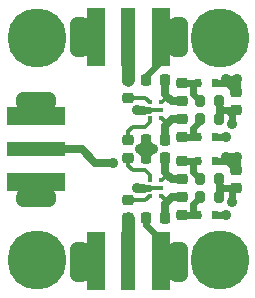
<source format=gtl>
G04 #@! TF.GenerationSoftware,KiCad,Pcbnew,(6.0.9)*
G04 #@! TF.CreationDate,2022-12-03T14:04:53+01:00*
G04 #@! TF.ProjectId,rf_phase_shifter_2_45GHz,72665f70-6861-4736-955f-736869667465,1.0.0*
G04 #@! TF.SameCoordinates,Original*
G04 #@! TF.FileFunction,Copper,L1,Top*
G04 #@! TF.FilePolarity,Positive*
%FSLAX46Y46*%
G04 Gerber Fmt 4.6, Leading zero omitted, Abs format (unit mm)*
G04 Created by KiCad (PCBNEW (6.0.9)) date 2022-12-03 14:04:53*
%MOMM*%
%LPD*%
G01*
G04 APERTURE LIST*
G04 Aperture macros list*
%AMRoundRect*
0 Rectangle with rounded corners*
0 $1 Rounding radius*
0 $2 $3 $4 $5 $6 $7 $8 $9 X,Y pos of 4 corners*
0 Add a 4 corners polygon primitive as box body*
4,1,4,$2,$3,$4,$5,$6,$7,$8,$9,$2,$3,0*
0 Add four circle primitives for the rounded corners*
1,1,$1+$1,$2,$3*
1,1,$1+$1,$4,$5*
1,1,$1+$1,$6,$7*
1,1,$1+$1,$8,$9*
0 Add four rect primitives between the rounded corners*
20,1,$1+$1,$2,$3,$4,$5,0*
20,1,$1+$1,$4,$5,$6,$7,0*
20,1,$1+$1,$6,$7,$8,$9,0*
20,1,$1+$1,$8,$9,$2,$3,0*%
G04 Aperture macros list end*
G04 #@! TA.AperFunction,SMDPad,CuDef*
%ADD10RoundRect,0.225000X0.250000X-0.225000X0.250000X0.225000X-0.250000X0.225000X-0.250000X-0.225000X0*%
G04 #@! TD*
G04 #@! TA.AperFunction,SMDPad,CuDef*
%ADD11R,0.330000X0.350000*%
G04 #@! TD*
G04 #@! TA.AperFunction,SMDPad,CuDef*
%ADD12R,1.200000X5.000000*%
G04 #@! TD*
G04 #@! TA.AperFunction,SMDPad,CuDef*
%ADD13R,1.600000X5.000000*%
G04 #@! TD*
G04 #@! TA.AperFunction,SMDPad,CuDef*
%ADD14R,0.600000X0.700000*%
G04 #@! TD*
G04 #@! TA.AperFunction,SMDPad,CuDef*
%ADD15R,5.000000X1.200000*%
G04 #@! TD*
G04 #@! TA.AperFunction,SMDPad,CuDef*
%ADD16R,5.000000X1.600000*%
G04 #@! TD*
G04 #@! TA.AperFunction,SMDPad,CuDef*
%ADD17RoundRect,0.225000X0.225000X0.250000X-0.225000X0.250000X-0.225000X-0.250000X0.225000X-0.250000X0*%
G04 #@! TD*
G04 #@! TA.AperFunction,SMDPad,CuDef*
%ADD18RoundRect,0.200000X-0.200000X-0.275000X0.200000X-0.275000X0.200000X0.275000X-0.200000X0.275000X0*%
G04 #@! TD*
G04 #@! TA.AperFunction,SMDPad,CuDef*
%ADD19RoundRect,0.218750X-0.256250X0.218750X-0.256250X-0.218750X0.256250X-0.218750X0.256250X0.218750X0*%
G04 #@! TD*
G04 #@! TA.AperFunction,SMDPad,CuDef*
%ADD20RoundRect,0.218750X0.256250X-0.218750X0.256250X0.218750X-0.256250X0.218750X-0.256250X-0.218750X0*%
G04 #@! TD*
G04 #@! TA.AperFunction,ViaPad*
%ADD21C,0.800000*%
G04 #@! TD*
G04 #@! TA.AperFunction,ViaPad*
%ADD22C,5.000000*%
G04 #@! TD*
G04 #@! TA.AperFunction,ViaPad*
%ADD23C,0.900000*%
G04 #@! TD*
G04 #@! TA.AperFunction,Conductor*
%ADD24C,1.099520*%
G04 #@! TD*
G04 #@! TA.AperFunction,Conductor*
%ADD25C,0.325000*%
G04 #@! TD*
G04 #@! TA.AperFunction,Conductor*
%ADD26C,0.600000*%
G04 #@! TD*
G04 #@! TA.AperFunction,Conductor*
%ADD27C,0.250000*%
G04 #@! TD*
G04 #@! TA.AperFunction,Conductor*
%ADD28C,0.500000*%
G04 #@! TD*
G04 #@! TA.AperFunction,Conductor*
%ADD29C,0.790000*%
G04 #@! TD*
G04 #@! TA.AperFunction,Conductor*
%ADD30C,0.650000*%
G04 #@! TD*
G04 #@! TA.AperFunction,Conductor*
%ADD31C,0.350000*%
G04 #@! TD*
G04 APERTURE END LIST*
D10*
X84455000Y-52845000D03*
X84455000Y-51295000D03*
D11*
X86246000Y-53198000D03*
X86246000Y-53848000D03*
X86246000Y-54498000D03*
X87236000Y-54498000D03*
X87236000Y-53848000D03*
X87236000Y-53198000D03*
D10*
X84455000Y-63005000D03*
X84455000Y-61455000D03*
D12*
X84455000Y-66654000D03*
D13*
X81685000Y-66654000D03*
X87225000Y-66654000D03*
D12*
X84455000Y-47646000D03*
D13*
X87225000Y-47646000D03*
X81685000Y-47646000D03*
D14*
X90359000Y-56134000D03*
X91759000Y-56134000D03*
D15*
X76602000Y-57150000D03*
D16*
X76602000Y-54380000D03*
X76602000Y-59920000D03*
D17*
X87516000Y-57912000D03*
X85966000Y-57912000D03*
X87516000Y-51308000D03*
X85966000Y-51308000D03*
X87516000Y-62992000D03*
X85966000Y-62992000D03*
D14*
X90359000Y-62738000D03*
X91759000Y-62738000D03*
D18*
X90488000Y-59690000D03*
X92138000Y-59690000D03*
X90488000Y-53086000D03*
X92138000Y-53086000D03*
D19*
X89027000Y-61188500D03*
X89027000Y-62763500D03*
D17*
X87516000Y-56388000D03*
X85966000Y-56388000D03*
D10*
X93599000Y-53861000D03*
X93599000Y-52311000D03*
X84455000Y-57925000D03*
X84455000Y-56375000D03*
D14*
X90359000Y-58166000D03*
X91759000Y-58166000D03*
X90359000Y-51562000D03*
X91759000Y-51562000D03*
D20*
X89027000Y-59715500D03*
X89027000Y-58140500D03*
D19*
X89027000Y-54584500D03*
X89027000Y-56159500D03*
D11*
X86246000Y-59802000D03*
X86246000Y-60452000D03*
X86246000Y-61102000D03*
X87236000Y-61102000D03*
X87236000Y-60452000D03*
X87236000Y-59802000D03*
D18*
X90488000Y-54610000D03*
X92138000Y-54610000D03*
D20*
X89027000Y-53111500D03*
X89027000Y-51536500D03*
D10*
X93599000Y-60465000D03*
X93599000Y-58915000D03*
D18*
X90488000Y-61214000D03*
X92138000Y-61214000D03*
D21*
X80010000Y-67818000D03*
X80010000Y-48768000D03*
D22*
X92202000Y-47752000D03*
X76708000Y-66548000D03*
X92202000Y-66548000D03*
D21*
X77724000Y-52832000D03*
X75438000Y-61468000D03*
X76581000Y-61468000D03*
X76581000Y-52832000D03*
X77724000Y-61468000D03*
X75438000Y-52832000D03*
D23*
X92710000Y-51181000D03*
D21*
X80010000Y-47625000D03*
D23*
X85204600Y-53848000D03*
X92710000Y-62738000D03*
X86563200Y-57150000D03*
D21*
X88900000Y-48768000D03*
X80010000Y-65532000D03*
D23*
X93624400Y-57810400D03*
D22*
X76708000Y-47752000D03*
D21*
X88900000Y-65532000D03*
X88900000Y-67818000D03*
D23*
X93624400Y-51206400D03*
X92710000Y-57785000D03*
D21*
X80010000Y-66675000D03*
X88900000Y-46482000D03*
X88900000Y-47625000D03*
D23*
X85204600Y-60452000D03*
D21*
X88900000Y-66675000D03*
X80010000Y-46482000D03*
D23*
X85398403Y-57167137D03*
X92710000Y-56134000D03*
X93218000Y-54991000D03*
X83185000Y-58293000D03*
X93218000Y-61595000D03*
D24*
X84455000Y-47646000D02*
X84455000Y-51295000D01*
D25*
X85893000Y-52845000D02*
X86246000Y-53198000D01*
X84455000Y-52845000D02*
X85893000Y-52845000D01*
X86246000Y-59802000D02*
X86246000Y-59322000D01*
X85852000Y-58928000D02*
X84836000Y-58928000D01*
X86246000Y-59322000D02*
X85852000Y-58928000D01*
X84836000Y-58928000D02*
X84455000Y-58547000D01*
X84455000Y-58547000D02*
X84455000Y-57925000D01*
D24*
X84455000Y-66654000D02*
X84455000Y-63005000D01*
X75438000Y-61468000D02*
X75438000Y-61084000D01*
D26*
X91759000Y-56134000D02*
X92710000Y-56134000D01*
D27*
X85729045Y-60181555D02*
X85475045Y-60181555D01*
D28*
X85204600Y-60452000D02*
X85661800Y-60452000D01*
D26*
X93268800Y-51562000D02*
X93624400Y-51206400D01*
D24*
X80563000Y-65532000D02*
X81685000Y-66654000D01*
D27*
X86220600Y-53975000D02*
X86347600Y-53848000D01*
X85204600Y-60452000D02*
X85204600Y-60579000D01*
D26*
X93599000Y-51181000D02*
X93624400Y-51206400D01*
D24*
X80010000Y-67818000D02*
X80521000Y-67818000D01*
D27*
X86093600Y-60452000D02*
X86093600Y-60423536D01*
D24*
X80521000Y-67818000D02*
X81685000Y-66654000D01*
D27*
X85729045Y-54117240D02*
X85475045Y-54117240D01*
X86206368Y-60310768D02*
X86079368Y-60310768D01*
D26*
X92329000Y-51562000D02*
X92710000Y-51181000D01*
X92075000Y-58166000D02*
X92850000Y-58166000D01*
D27*
X85729045Y-60721240D02*
X85475045Y-60721240D01*
D26*
X93268800Y-58166000D02*
X93624400Y-57810400D01*
D24*
X88900000Y-65532000D02*
X88347000Y-65532000D01*
D27*
X86347600Y-60452000D02*
X86206368Y-60310768D01*
D29*
X85204600Y-53848000D02*
X85617652Y-53848000D01*
D27*
X86093600Y-53975000D02*
X86220600Y-53975000D01*
D24*
X88900000Y-46482000D02*
X88389000Y-46482000D01*
X77724000Y-61042000D02*
X76602000Y-59920000D01*
X88389000Y-67818000D02*
X87225000Y-66654000D01*
D29*
X85204600Y-60452000D02*
X85617652Y-60452000D01*
D24*
X88900000Y-46482000D02*
X88900000Y-48768000D01*
D27*
X86093600Y-53819536D02*
X86206368Y-53706768D01*
D26*
X85966000Y-50940000D02*
X87225000Y-49681000D01*
D27*
X86093600Y-60579000D02*
X86220600Y-60579000D01*
D30*
X92710000Y-57785000D02*
X93599000Y-57785000D01*
D27*
X85872490Y-60579000D02*
X86220600Y-60579000D01*
D30*
X85966000Y-56388000D02*
X85966000Y-57290000D01*
D24*
X80010000Y-46482000D02*
X80521000Y-46482000D01*
X75438000Y-61468000D02*
X77724000Y-61468000D01*
D30*
X85966000Y-56388000D02*
X85966000Y-56599540D01*
D26*
X91759000Y-51562000D02*
X92329000Y-51562000D01*
X91759000Y-51562000D02*
X93268800Y-51562000D01*
D27*
X86093600Y-53848000D02*
X86093600Y-53975000D01*
D30*
X85966000Y-56599540D02*
X85398403Y-57167137D01*
D26*
X91759000Y-62738000D02*
X92710000Y-62738000D01*
D27*
X86347600Y-53848000D02*
X86246600Y-53848000D01*
D30*
X85966000Y-57747200D02*
X86563200Y-57150000D01*
D31*
X86246600Y-60452000D02*
X87223600Y-60452000D01*
D30*
X85966000Y-57912000D02*
X85966000Y-57747200D01*
D24*
X80010000Y-67310000D02*
X80010000Y-67818000D01*
D26*
X87225000Y-64873000D02*
X87225000Y-66654000D01*
X92329000Y-51562000D02*
X92850000Y-51562000D01*
D27*
X86347600Y-53848000D02*
X86206368Y-53706768D01*
D28*
X85661800Y-60452000D02*
X85966600Y-60452000D01*
D30*
X85966000Y-56552800D02*
X86563200Y-57150000D01*
D24*
X81685000Y-66654000D02*
X80031000Y-66654000D01*
D26*
X93599000Y-51892200D02*
X93268800Y-51562000D01*
D24*
X80563000Y-48768000D02*
X81685000Y-47646000D01*
X80010000Y-65532000D02*
X80563000Y-65532000D01*
D31*
X86360600Y-60452000D02*
X85966600Y-60452000D01*
D24*
X80010000Y-46482000D02*
X80010000Y-48768000D01*
D27*
X85475045Y-53577555D02*
X85204600Y-53848000D01*
X86360600Y-53848000D02*
X86220600Y-53848000D01*
D24*
X88900000Y-48768000D02*
X88347000Y-48768000D01*
D26*
X92850000Y-58166000D02*
X93599000Y-58915000D01*
D27*
X86360600Y-60452000D02*
X86220600Y-60452000D01*
X86093600Y-60452000D02*
X86093600Y-60579000D01*
D24*
X77724000Y-61468000D02*
X77724000Y-61042000D01*
D27*
X85204600Y-53975000D02*
X85331600Y-54102000D01*
D31*
X86246600Y-53848000D02*
X87223600Y-53848000D01*
X86093600Y-53848000D02*
X85966600Y-53848000D01*
D27*
X85745490Y-60706000D02*
X85872490Y-60579000D01*
D24*
X88900000Y-67818000D02*
X88389000Y-67818000D01*
X80010000Y-65532000D02*
X80010000Y-67310000D01*
D27*
X86360600Y-53848000D02*
X86347600Y-53848000D01*
X86347600Y-60452000D02*
X86246600Y-60452000D01*
X85331600Y-60706000D02*
X85745490Y-60706000D01*
D26*
X85966000Y-62992000D02*
X85966000Y-63614000D01*
D27*
X86079368Y-53706768D02*
X85858258Y-53706768D01*
D24*
X77724000Y-52832000D02*
X75438000Y-52832000D01*
D27*
X85858258Y-60310768D02*
X85729045Y-60181555D01*
D26*
X85966000Y-63614000D02*
X87225000Y-64873000D01*
D30*
X93599000Y-57785000D02*
X93624400Y-57810400D01*
D31*
X86093600Y-60452000D02*
X85966600Y-60452000D01*
D26*
X93624400Y-52285600D02*
X93599000Y-52311000D01*
D24*
X87246000Y-66675000D02*
X87225000Y-66654000D01*
D27*
X85872490Y-53975000D02*
X86220600Y-53975000D01*
D30*
X85966000Y-57912000D02*
X85966000Y-57734734D01*
D26*
X92850000Y-51562000D02*
X93599000Y-52311000D01*
D30*
X85966000Y-56388000D02*
X85966000Y-56552800D01*
D31*
X85458600Y-60452000D02*
X85204600Y-60452000D01*
D27*
X85204600Y-60579000D02*
X85331600Y-60706000D01*
D26*
X92850000Y-58166000D02*
X93268800Y-58166000D01*
D24*
X80010000Y-48768000D02*
X80563000Y-48768000D01*
D27*
X85729045Y-53577555D02*
X85475045Y-53577555D01*
D24*
X88347000Y-65532000D02*
X87225000Y-66654000D01*
D26*
X92075000Y-58166000D02*
X92329000Y-58166000D01*
X93599000Y-52311000D02*
X93599000Y-51892200D01*
D27*
X86093600Y-53848000D02*
X86093600Y-53819536D01*
D24*
X76581000Y-54359000D02*
X76602000Y-54380000D01*
X87246000Y-47625000D02*
X87225000Y-47646000D01*
D31*
X86360600Y-53848000D02*
X85966600Y-53848000D01*
D27*
X86079368Y-60310768D02*
X85758884Y-60310768D01*
X85858258Y-53706768D02*
X85729045Y-53577555D01*
D24*
X88389000Y-46482000D02*
X87225000Y-47646000D01*
D26*
X93624400Y-57810400D02*
X93624400Y-58889600D01*
D24*
X88347000Y-48768000D02*
X87225000Y-47646000D01*
D27*
X86093600Y-53848000D02*
X85617652Y-53848000D01*
D24*
X77724000Y-52832000D02*
X77724000Y-53258000D01*
D27*
X85745490Y-54102000D02*
X85872490Y-53975000D01*
D26*
X87225000Y-49681000D02*
X87225000Y-47646000D01*
D24*
X76581000Y-61468000D02*
X76581000Y-59941000D01*
D28*
X85661800Y-53848000D02*
X85966600Y-53848000D01*
D26*
X91759000Y-58166000D02*
X92075000Y-58166000D01*
D27*
X86079368Y-53706768D02*
X85758884Y-53706768D01*
D24*
X88900000Y-47625000D02*
X87246000Y-47625000D01*
D27*
X86360600Y-60452000D02*
X86347600Y-60452000D01*
D24*
X80010000Y-47625000D02*
X81664000Y-47625000D01*
X80031000Y-66654000D02*
X80010000Y-66675000D01*
D30*
X85966000Y-57734734D02*
X85398403Y-57167137D01*
D24*
X81664000Y-47625000D02*
X81685000Y-47646000D01*
X76581000Y-52832000D02*
X76581000Y-54359000D01*
X77724000Y-53258000D02*
X76602000Y-54380000D01*
X75438000Y-61084000D02*
X76602000Y-59920000D01*
D27*
X86206368Y-53706768D02*
X86079368Y-53706768D01*
D24*
X75438000Y-52832000D02*
X75438000Y-53216000D01*
D27*
X85204600Y-53848000D02*
X85204600Y-53975000D01*
D24*
X75438000Y-53216000D02*
X76602000Y-54380000D01*
D26*
X93624400Y-51206400D02*
X93624400Y-52285600D01*
X85966000Y-51308000D02*
X85966000Y-50940000D01*
D24*
X76581000Y-59941000D02*
X76602000Y-59920000D01*
D26*
X92710000Y-51181000D02*
X93599000Y-51181000D01*
D24*
X80521000Y-46482000D02*
X81685000Y-47646000D01*
D30*
X85966000Y-57290000D02*
X85966000Y-57912000D01*
D24*
X88900000Y-66675000D02*
X87246000Y-66675000D01*
D26*
X93624400Y-58889600D02*
X93599000Y-58915000D01*
D24*
X88900000Y-67818000D02*
X88900000Y-65532000D01*
D27*
X86220600Y-60579000D02*
X86347600Y-60452000D01*
X85758884Y-60310768D02*
X85617652Y-60452000D01*
D31*
X85966600Y-53848000D02*
X85458600Y-53848000D01*
D27*
X86093600Y-60423536D02*
X86206368Y-60310768D01*
D26*
X92329000Y-58166000D02*
X92710000Y-57785000D01*
D31*
X85458600Y-53848000D02*
X85204600Y-53848000D01*
D27*
X86093600Y-60452000D02*
X85617652Y-60452000D01*
X85758884Y-53706768D02*
X85617652Y-53848000D01*
D28*
X85204600Y-53848000D02*
X85661800Y-53848000D01*
D31*
X85966600Y-60452000D02*
X85458600Y-60452000D01*
D27*
X86079368Y-60310768D02*
X85858258Y-60310768D01*
X85331600Y-54102000D02*
X85745490Y-54102000D01*
X85475045Y-60181555D02*
X85204600Y-60452000D01*
D26*
X89052500Y-56134000D02*
X89027000Y-56159500D01*
X90488000Y-54610000D02*
X90488000Y-54800000D01*
X89916000Y-56134000D02*
X89052500Y-56134000D01*
X90359000Y-56134000D02*
X89916000Y-56134000D01*
X90488000Y-54800000D02*
X89916000Y-55372000D01*
X89916000Y-55372000D02*
X89916000Y-56134000D01*
X90333500Y-56159500D02*
X90359000Y-56134000D01*
D25*
X87236000Y-54498000D02*
X87264000Y-54498000D01*
X87264000Y-54498000D02*
X87757000Y-54991000D01*
D30*
X87757000Y-54991000D02*
X88163500Y-54584500D01*
X87516000Y-56388000D02*
X87516000Y-55232000D01*
X87516000Y-55232000D02*
X87757000Y-54991000D01*
X88163500Y-54584500D02*
X89027000Y-54584500D01*
D25*
X87264000Y-53198000D02*
X87757000Y-52705000D01*
D30*
X88163500Y-53111500D02*
X89027000Y-53111500D01*
D25*
X87236000Y-53198000D02*
X87264000Y-53198000D01*
D30*
X87516000Y-51308000D02*
X87516000Y-52464000D01*
X87516000Y-52464000D02*
X87757000Y-52705000D01*
X87757000Y-52705000D02*
X88163500Y-53111500D01*
X87516000Y-57912000D02*
X87516000Y-59068000D01*
X88163500Y-59715500D02*
X89027000Y-59715500D01*
X87516000Y-59068000D02*
X87757000Y-59309000D01*
D25*
X87236000Y-59802000D02*
X87264000Y-59802000D01*
X87264000Y-59802000D02*
X87757000Y-59309000D01*
D30*
X87757000Y-59309000D02*
X88163500Y-59715500D01*
D26*
X92138000Y-54192000D02*
X92469000Y-53861000D01*
X92469000Y-53861000D02*
X92138000Y-53530000D01*
X92138000Y-61214000D02*
X92138000Y-60796000D01*
X92138000Y-53530000D02*
X92138000Y-54610000D01*
X92469000Y-60465000D02*
X92138000Y-60134000D01*
X92824600Y-53861000D02*
X92469000Y-53861000D01*
X93599000Y-53861000D02*
X92824600Y-53861000D01*
X93218000Y-60732000D02*
X92951000Y-60465000D01*
D30*
X80518000Y-57150000D02*
X76602000Y-57150000D01*
D26*
X92138000Y-53086000D02*
X92138000Y-53530000D01*
X92951000Y-60465000D02*
X92469000Y-60465000D01*
X93218000Y-54991000D02*
X93218000Y-54254400D01*
D30*
X83185000Y-58293000D02*
X81661000Y-58293000D01*
D26*
X92138000Y-60134000D02*
X92138000Y-59690000D01*
X92138000Y-54610000D02*
X92138000Y-54192000D01*
X93218000Y-54254400D02*
X92824600Y-53861000D01*
D30*
X81661000Y-58293000D02*
X80518000Y-57150000D01*
D26*
X92138000Y-60796000D02*
X92469000Y-60465000D01*
X93218000Y-61595000D02*
X93218000Y-60732000D01*
X93599000Y-60465000D02*
X92951000Y-60465000D01*
X92138000Y-61214000D02*
X92138000Y-60134000D01*
X89916000Y-52509034D02*
X89916000Y-51562000D01*
X89052500Y-51562000D02*
X89027000Y-51536500D01*
X89916000Y-51562000D02*
X89052500Y-51562000D01*
X90359000Y-51562000D02*
X89916000Y-51562000D01*
X90488000Y-53086000D02*
X90488000Y-53081034D01*
X90488000Y-53081034D02*
X89916000Y-52509034D01*
X89916000Y-62738000D02*
X89052500Y-62738000D01*
X89916000Y-61790966D02*
X89916000Y-62738000D01*
X90488000Y-61218966D02*
X89916000Y-61790966D01*
X89052500Y-62738000D02*
X89027000Y-62763500D01*
X90359000Y-62738000D02*
X89916000Y-62738000D01*
X90488000Y-61214000D02*
X90488000Y-61218966D01*
D25*
X84455000Y-61455000D02*
X85893000Y-61455000D01*
X85893000Y-61455000D02*
X86246000Y-61102000D01*
X84836000Y-55245000D02*
X85852000Y-55245000D01*
X84455000Y-55626000D02*
X84836000Y-55245000D01*
X84455000Y-56375000D02*
X84455000Y-55626000D01*
X86246000Y-54851000D02*
X85852000Y-55245000D01*
X86246000Y-54498000D02*
X86246000Y-54851000D01*
D30*
X87516000Y-62992000D02*
X87516000Y-61836000D01*
D25*
X87236000Y-61102000D02*
X87264000Y-61102000D01*
D30*
X87757000Y-61595000D02*
X88163500Y-61188500D01*
X87516000Y-61836000D02*
X87757000Y-61595000D01*
D25*
X87264000Y-61102000D02*
X87757000Y-61595000D01*
D30*
X88163500Y-61188500D02*
X89027000Y-61188500D01*
D26*
X90488000Y-59685034D02*
X89916000Y-59113034D01*
X90488000Y-59690000D02*
X90488000Y-59685034D01*
X90359000Y-58166000D02*
X89916000Y-58166000D01*
X89916000Y-58166000D02*
X89052500Y-58166000D01*
X89916000Y-59113034D02*
X89916000Y-58166000D01*
X89052500Y-58166000D02*
X89027000Y-58140500D01*
M02*

</source>
